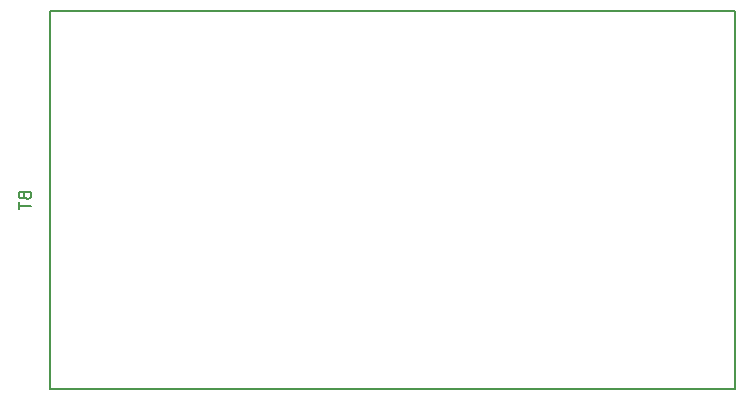
<source format=gbr>
G04 #@! TF.FileFunction,Legend,Bot*
%FSLAX46Y46*%
G04 Gerber Fmt 4.6, Leading zero omitted, Abs format (unit mm)*
G04 Created by KiCad (PCBNEW 4.0.7) date 07/04/18 14:48:19*
%MOMM*%
%LPD*%
G01*
G04 APERTURE LIST*
%ADD10C,0.100000*%
%ADD11C,0.150000*%
G04 APERTURE END LIST*
D10*
D11*
X122384000Y-83966000D02*
X180384000Y-83966000D01*
X122384000Y-115966000D02*
X122384000Y-83966000D01*
X122384000Y-115966000D02*
X180384000Y-115966000D01*
X180384000Y-83966000D02*
X180384000Y-115966000D01*
X120227571Y-99656477D02*
X120275190Y-99799334D01*
X120322810Y-99846953D01*
X120418048Y-99894572D01*
X120560905Y-99894572D01*
X120656143Y-99846953D01*
X120703762Y-99799334D01*
X120751381Y-99704096D01*
X120751381Y-99323143D01*
X119751381Y-99323143D01*
X119751381Y-99656477D01*
X119799000Y-99751715D01*
X119846619Y-99799334D01*
X119941857Y-99846953D01*
X120037095Y-99846953D01*
X120132333Y-99799334D01*
X120179952Y-99751715D01*
X120227571Y-99656477D01*
X120227571Y-99323143D01*
X119751381Y-100180286D02*
X119751381Y-100751715D01*
X120751381Y-100466000D02*
X119751381Y-100466000D01*
M02*

</source>
